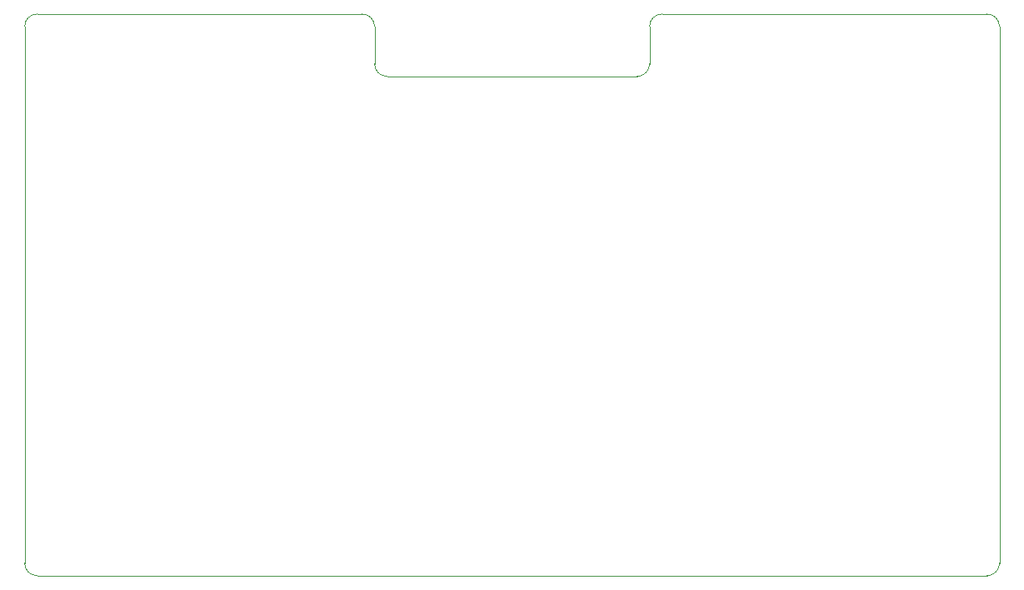
<source format=gbr>
%TF.GenerationSoftware,KiCad,Pcbnew,(5.1.12)-1*%
%TF.CreationDate,2022-08-08T15:47:42+09:00*%
%TF.ProjectId,LCD_module,4c43445f-6d6f-4647-956c-652e6b696361,rev?*%
%TF.SameCoordinates,Original*%
%TF.FileFunction,Profile,NP*%
%FSLAX46Y46*%
G04 Gerber Fmt 4.6, Leading zero omitted, Abs format (unit mm)*
G04 Created by KiCad (PCBNEW (5.1.12)-1) date 2022-08-08 15:47:42*
%MOMM*%
%LPD*%
G01*
G04 APERTURE LIST*
%TA.AperFunction,Profile*%
%ADD10C,0.050000*%
%TD*%
G04 APERTURE END LIST*
D10*
X200025000Y-58420000D02*
X167005000Y-58420000D01*
X201295000Y-114300000D02*
X201295000Y-59690000D01*
X103505000Y-115570000D02*
X200025000Y-115570000D01*
X102235000Y-59690000D02*
X102235000Y-114300000D01*
X103505000Y-58420000D02*
X136525000Y-58420000D01*
X102235000Y-59690000D02*
G75*
G02*
X103505000Y-58420000I1270000J0D01*
G01*
X103505000Y-115570000D02*
G75*
G02*
X102235000Y-114300000I0J1270000D01*
G01*
X201295000Y-114300000D02*
G75*
G02*
X200025000Y-115570000I-1270000J0D01*
G01*
X200025000Y-58420000D02*
G75*
G02*
X201295000Y-59690000I0J-1270000D01*
G01*
X165735000Y-63500000D02*
X165735000Y-59690000D01*
X139065000Y-64770000D02*
X164465000Y-64770000D01*
X137795000Y-59690000D02*
X137795000Y-63500000D01*
X136525000Y-58420000D02*
G75*
G02*
X137795000Y-59690000I0J-1270000D01*
G01*
X165735000Y-59690000D02*
G75*
G02*
X167005000Y-58420000I1270000J0D01*
G01*
X139065000Y-64770000D02*
G75*
G02*
X137795000Y-63500000I0J1270000D01*
G01*
X165735000Y-63500000D02*
G75*
G02*
X164465000Y-64770000I-1270000J0D01*
G01*
M02*

</source>
